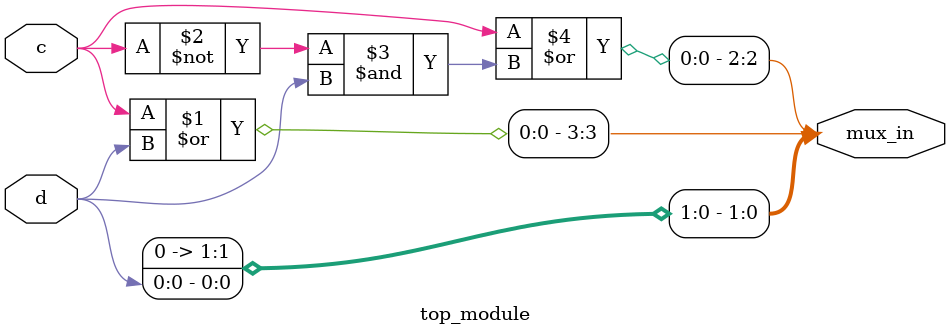
<source format=sv>
module top_module (
    input c,
    input d,
    output [3:0] mux_in
);

    // Assign values based on the provided Karnaugh map

    // ab = 00
    assign mux_in[0] = d;

    // ab = 01
    assign mux_in[1] = 0;

    // ab = 11
    assign mux_in[3] = c | d;

    // ab = 10
    assign mux_in[2] = c | (~c & d);

endmodule

</source>
